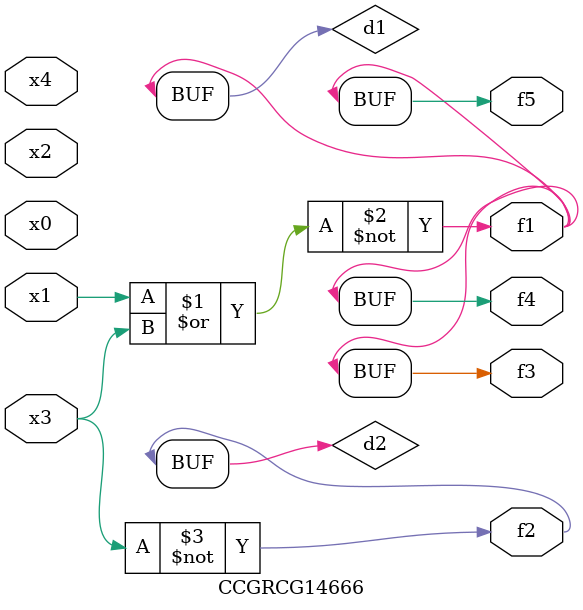
<source format=v>
module CCGRCG14666(
	input x0, x1, x2, x3, x4,
	output f1, f2, f3, f4, f5
);

	wire d1, d2;

	nor (d1, x1, x3);
	not (d2, x3);
	assign f1 = d1;
	assign f2 = d2;
	assign f3 = d1;
	assign f4 = d1;
	assign f5 = d1;
endmodule

</source>
